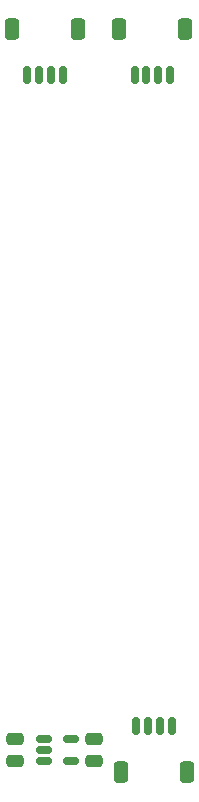
<source format=gbr>
G04 #@! TF.GenerationSoftware,KiCad,Pcbnew,(6.0.0)*
G04 #@! TF.CreationDate,2022-02-24T22:11:55+04:00*
G04 #@! TF.ProjectId,RPi3-screw-terminal-shiel,52506933-2d73-4637-9265-772d7465726d,rev?*
G04 #@! TF.SameCoordinates,Original*
G04 #@! TF.FileFunction,Paste,Top*
G04 #@! TF.FilePolarity,Positive*
%FSLAX46Y46*%
G04 Gerber Fmt 4.6, Leading zero omitted, Abs format (unit mm)*
G04 Created by KiCad (PCBNEW (6.0.0)) date 2022-02-24 22:11:55*
%MOMM*%
%LPD*%
G01*
G04 APERTURE LIST*
G04 Aperture macros list*
%AMRoundRect*
0 Rectangle with rounded corners*
0 $1 Rounding radius*
0 $2 $3 $4 $5 $6 $7 $8 $9 X,Y pos of 4 corners*
0 Add a 4 corners polygon primitive as box body*
4,1,4,$2,$3,$4,$5,$6,$7,$8,$9,$2,$3,0*
0 Add four circle primitives for the rounded corners*
1,1,$1+$1,$2,$3*
1,1,$1+$1,$4,$5*
1,1,$1+$1,$6,$7*
1,1,$1+$1,$8,$9*
0 Add four rect primitives between the rounded corners*
20,1,$1+$1,$2,$3,$4,$5,0*
20,1,$1+$1,$4,$5,$6,$7,0*
20,1,$1+$1,$6,$7,$8,$9,0*
20,1,$1+$1,$8,$9,$2,$3,0*%
G04 Aperture macros list end*
%ADD10RoundRect,0.150000X-0.150000X-0.625000X0.150000X-0.625000X0.150000X0.625000X-0.150000X0.625000X0*%
%ADD11RoundRect,0.250000X-0.350000X-0.650000X0.350000X-0.650000X0.350000X0.650000X-0.350000X0.650000X0*%
%ADD12RoundRect,0.250000X-0.475000X0.250000X-0.475000X-0.250000X0.475000X-0.250000X0.475000X0.250000X0*%
%ADD13RoundRect,0.150000X0.150000X0.625000X-0.150000X0.625000X-0.150000X-0.625000X0.150000X-0.625000X0*%
%ADD14RoundRect,0.250000X0.350000X0.650000X-0.350000X0.650000X-0.350000X-0.650000X0.350000X-0.650000X0*%
%ADD15RoundRect,0.150000X-0.512500X-0.150000X0.512500X-0.150000X0.512500X0.150000X-0.512500X0.150000X0*%
G04 APERTURE END LIST*
D10*
G04 #@! TO.C,J8*
X106450000Y-95350000D03*
X107450000Y-95350000D03*
X108450000Y-95350000D03*
X109450000Y-95350000D03*
D11*
X110750000Y-99225000D03*
X105150000Y-99225000D03*
G04 #@! TD*
D12*
G04 #@! TO.C,C2*
X102870000Y-96400000D03*
X102870000Y-98300000D03*
G04 #@! TD*
D13*
G04 #@! TO.C,J6*
X100200000Y-40200000D03*
X99200000Y-40200000D03*
X98200000Y-40200000D03*
X97200000Y-40200000D03*
D14*
X95900000Y-36325000D03*
X101500000Y-36325000D03*
G04 #@! TD*
D13*
G04 #@! TO.C,J7*
X109300000Y-40200000D03*
X108300000Y-40200000D03*
X107300000Y-40200000D03*
X106300000Y-40200000D03*
D14*
X105000000Y-36325000D03*
X110600000Y-36325000D03*
G04 #@! TD*
D12*
G04 #@! TO.C,C1*
X96130000Y-96400000D03*
X96130000Y-98300000D03*
G04 #@! TD*
D15*
G04 #@! TO.C,U1*
X98592500Y-96400000D03*
X98592500Y-97350000D03*
X98592500Y-98300000D03*
X100867500Y-98300000D03*
X100867500Y-96400000D03*
G04 #@! TD*
M02*

</source>
